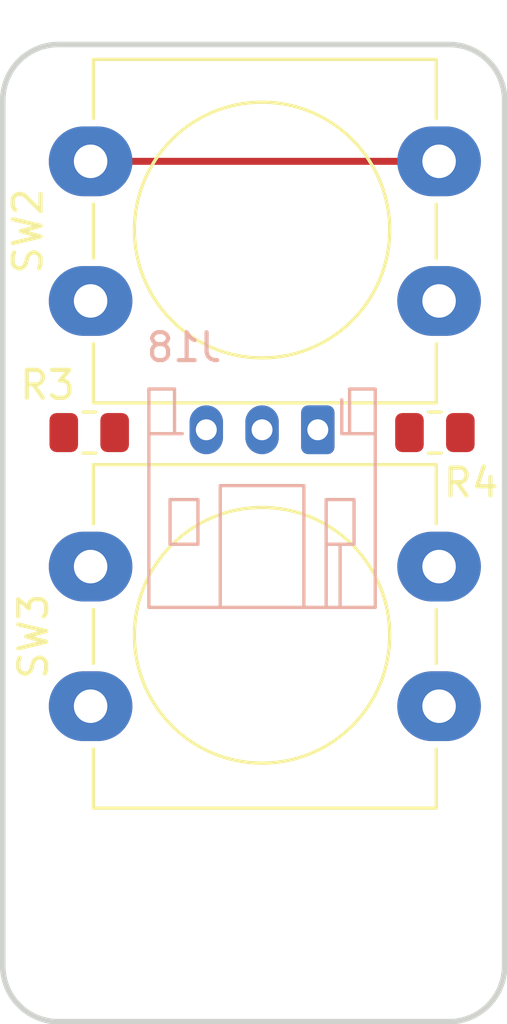
<source format=kicad_pcb>
(kicad_pcb (version 20211014) (generator pcbnew)
  (title_block (title "Libre-MIG PCB Full") (date "2022-10-10") (rev "v0.1"))
  (layers (0 "F.Cu" signal) (31 "B.Cu" signal) (34 "B.Paste" user) (35 "F.Paste" user) (36 "B.SilkS" user "B.Silkscreen") (37 "F.SilkS" user "F.Silkscreen") (38 "B.Mask" user) (39 "F.Mask" user) (44 "Edge.Cuts" user))
  (net 0 "")
  (net 1 "Net-(R3-Pad2)")
  (net 2 "+3V3")
  (net 3 "Net-(R4-Pad2)")
  (net 4 "/Trigger/Stage1")
  (net 5 "/Trigger/Stage2")
  (footprint "Resistor_SMD:R_0805_2012Metric" (layer "F.Cu") (at 122.057001 168.849001 180)
    (fp_text reference "R4" (at -1.3 -1.8) (layer "F.SilkS"))
    (fp_text value "10k")
    (fp_line (start -0.227064 0.735) (end 0.227064 0.735) (layer "F.SilkS") (width 0.12))
    (fp_line (start -0.227064 -0.735) (end 0.227064 -0.735) (layer "F.SilkS") (width 0.12))
    (pad "1" smd roundrect (at -0.9125 0 180) (size 1.025 1.4) (layers "F.Cu" "F.Paste" "F.Mask") (roundrect_rratio 0.243902) (net 2 "+3V3"))
    (pad "2" smd roundrect (at 0.9125 0 180) (size 1.025 1.4) (layers "F.Cu" "F.Paste" "F.Mask") (roundrect_rratio 0.243902) (net 3 "Net-(R4-Pad2)"))
  )
  (footprint "Resistor_SMD:R_0805_2012Metric" (layer "F.Cu") (at 109.657001 168.849001 180)
    (fp_text reference "R3" (at 1.5 1.7 180) (layer "F.SilkS"))
    (fp_text value "10k")
    (fp_line (start -0.227064 -0.735) (end 0.227064 -0.735) (layer "F.SilkS") (width 0.12))
    (fp_line (start -0.227064 0.735) (end 0.227064 0.735) (layer "F.SilkS") (width 0.12))
    (pad "1" smd roundrect (at -0.9125 0 180) (size 1.025 1.4) (layers "F.Cu" "F.Paste" "F.Mask") (roundrect_rratio 0.243902) (net 2 "+3V3"))
    (pad "2" smd roundrect (at 0.9125 0 180) (size 1.025 1.4) (layers "F.Cu" "F.Paste" "F.Mask") (roundrect_rratio 0.243902) (net 1 "Net-(R3-Pad2)"))
  )
  (footprint "Button_Switch_THT:SW_PUSH-12mm_Wuerth-430476085716" (layer "F.Cu") (at 122.207001 164.134787 180)
    (fp_text reference "SW2" (at 14.75 2.5 90) (layer "F.SilkS"))
    (fp_text value "SW_Push")
    (fp_line (start 0.1 8.65) (end 0.1 6.53) (layer "F.SilkS") (width 0.12))
    (fp_line (start 12.4 1.53) (end 12.4 3.47) (layer "F.SilkS") (width 0.12))
    (fp_line (start 12.4 6.53) (end 12.4 8.65) (layer "F.SilkS") (width 0.12))
    (fp_line (start 0.1 3.47) (end 0.1 1.53) (layer "F.SilkS") (width 0.12))
    (fp_line (start 0.1 -1.53) (end 0.1 -3.65) (layer "F.SilkS") (width 0.12))
    (fp_line (start 12.4 8.65) (end 0.1 8.65) (layer "F.SilkS") (width 0.12))
    (fp_line (start 0.1 -3.65) (end 12.4 -3.65) (layer "F.SilkS") (width 0.12))
    (fp_line (start 12.4 -3.65) (end 12.4 -1.53) (layer "F.SilkS") (width 0.12))
    (fp_circle (center 6.35 2.54) (end 10.92905 2.54) (layer "F.SilkS") (width 0.12) (fill none))
    (pad "1" thru_hole oval (at 12.5 0 180) (size 3 2.5) (drill 1.2) (layers *.Cu *.Mask) (net 4 "/Trigger/Stage1"))
    (pad "1" thru_hole oval (at 0 0 180) (size 3 2.5) (drill 1.2) (layers *.Cu *.Mask) (net 4 "/Trigger/Stage1"))
    (pad "2" thru_hole oval (at 12.5 5 180) (size 3 2.5) (drill 1.2) (layers *.Cu *.Mask) (net 1 "Net-(R3-Pad2)"))
    (pad "2" thru_hole oval (at 0 5 180) (size 3 2.5) (drill 1.2) (layers *.Cu *.Mask) (net 1 "Net-(R3-Pad2)"))
  )
  (footprint "Button_Switch_THT:SW_PUSH-12mm_Wuerth-430476085716" (layer "F.Cu") (at 122.207001 178.649001 180)
    (fp_text reference "SW3" (at 14.55 2.5 90) (layer "F.SilkS"))
    (fp_text value "SW_Push")
    (fp_line (start 12.4 -3.65) (end 12.4 -1.53) (layer "F.SilkS") (width 0.12))
    (fp_line (start 0.1 -3.65) (end 12.4 -3.65) (layer "F.SilkS") (width 0.12))
    (fp_line (start 12.4 1.53) (end 12.4 3.47) (layer "F.SilkS") (width 0.12))
    (fp_line (start 12.4 8.65) (end 0.1 8.65) (layer "F.SilkS") (width 0.12))
    (fp_line (start 0.1 -1.53) (end 0.1 -3.65) (layer "F.SilkS") (width 0.12))
    (fp_line (start 0.1 3.47) (end 0.1 1.53) (layer "F.SilkS") (width 0.12))
    (fp_line (start 12.4 6.53) (end 12.4 8.65) (layer "F.SilkS") (width 0.12))
    (fp_line (start 0.1 8.65) (end 0.1 6.53) (layer "F.SilkS") (width 0.12))
    (fp_circle (center 6.35 2.54) (end 10.92905 2.54) (layer "F.SilkS") (width 0.12) (fill none))
    (pad "1" thru_hole oval (at 12.5 0 180) (size 3 2.5) (drill 1.2) (layers *.Cu *.Mask) (net 5 "/Trigger/Stage2"))
    (pad "1" thru_hole oval (at 0 0 180) (size 3 2.5) (drill 1.2) (layers *.Cu *.Mask) (net 5 "/Trigger/Stage2"))
    (pad "2" thru_hole oval (at 12.5 5 180) (size 3 2.5) (drill 1.2) (layers *.Cu *.Mask) (net 3 "Net-(R4-Pad2)"))
    (pad "2" thru_hole oval (at 0 5 180) (size 3 2.5) (drill 1.2) (layers *.Cu *.Mask) (net 3 "Net-(R4-Pad2)"))
  )
  (footprint "MountingHole:MountingHole_3.2mm_M3" (layer "F.Cu") (at 110.457001 185.949001)
    (fp_text reference "REF**" hide)
    (fp_text value "MountingHole_3.2mm_M3" hide)
    (pad "" np_thru_hole circle (at 0 0) (size 3.2 3.2) (drill 3.2) (layers *.Cu *.Mask))
  )
  (footprint "Connector_JST:JST_PH_S3B-PH-K_1x03_P2.00mm_Horizontal" (layer "B.Cu") (at 117.857001 168.749001 180)
    (fp_text reference "J18" (at 4.8 2.95) (layer "B.SilkS") (effects (justify mirror)))
    (fp_text value "Conn_01x03")
    (fp_line (start 5.14 -0.14) (end 4.86 -0.14) (layer "B.SilkS") (width 0.12))
    (fp_line (start -0.3 -4.1) (end -0.3 -2.5) (layer "B.SilkS") (width 0.12))
    (fp_line (start 5.14 1.46) (end 5.14 -0.14) (layer "B.SilkS") (width 0.12))
    (fp_line (start -1.3 -4.1) (end -0.3 -4.1) (layer "B.SilkS") (width 0.12))
    (fp_line (start -2.06 1.46) (end -2.06 -6.36) (layer "B.SilkS") (width 0.12))
    (fp_line (start -0.3 -2.5) (end -1.3 -2.5) (layer "B.SilkS") (width 0.12))
    (fp_line (start 0.5 -6.36) (end 0.5 -2) (layer "B.SilkS") (width 0.12))
    (fp_line (start -2.06 -6.36) (end 6.06 -6.36) (layer "B.SilkS") (width 0.12))
    (fp_line (start 3.5 -2) (end 3.5 -6.36) (layer "B.SilkS") (width 0.12))
    (fp_line (start -1.3 -2.5) (end -1.3 -4.1) (layer "B.SilkS") (width 0.12))
    (fp_line (start 5.3 -4.1) (end 4.3 -4.1) (layer "B.SilkS") (width 0.12))
    (fp_line (start -1.14 1.46) (end -2.06 1.46) (layer "B.SilkS") (width 0.12))
    (fp_line (start -0.86 -0.14) (end -1.14 -0.14) (layer "B.SilkS") (width 0.12))
    (fp_line (start 4.3 -4.1) (end 4.3 -2.5) (layer "B.SilkS") (width 0.12))
    (fp_line (start 6.06 -6.36) (end 6.06 1.46) (layer "B.SilkS") (width 0.12))
    (fp_line (start -2.06 -0.14) (end -1.14 -0.14) (layer "B.SilkS") (width 0.12))
    (fp_line (start 6.06 1.46) (end 5.14 1.46) (layer "B.SilkS") (width 0.12))
    (fp_line (start 4.3 -2.5) (end 5.3 -2.5) (layer "B.SilkS") (width 0.12))
    (fp_line (start -0.3 -4.1) (end -0.3 -6.36) (layer "B.SilkS") (width 0.12))
    (fp_line (start -0.8 -4.1) (end -0.8 -6.36) (layer "B.SilkS") (width 0.12))
    (fp_line (start -0.86 -0.14) (end -0.86 1.075) (layer "B.SilkS") (width 0.12))
    (fp_line (start 6.06 -0.14) (end 5.14 -0.14) (layer "B.SilkS") (width 0.12))
    (fp_line (start 0.5 -2) (end 3.5 -2) (layer "B.SilkS") (width 0.12))
    (fp_line (start 5.3 -2.5) (end 5.3 -4.1) (layer "B.SilkS") (width 0.12))
    (fp_line (start -1.14 -0.14) (end -1.14 1.46) (layer "B.SilkS") (width 0.12))
    (pad "1" thru_hole roundrect (at 0 0 180) (size 1.2 1.75) (drill 0.75) (layers *.Cu *.Mask) (roundrect_rratio 0.208333) (net 2 "+3V3"))
    (pad "2" thru_hole oval (at 2 0 180) (size 1.2 1.75) (drill 0.75) (layers *.Cu *.Mask) (net 4 "/Trigger/Stage1"))
    (pad "3" thru_hole oval (at 4 0 180) (size 1.2 1.75) (drill 0.75) (layers *.Cu *.Mask) (net 5 "/Trigger/Stage2"))
  )
  (gr_arc (start 108.55698 189.949) (mid 107.142766 189.363214) (end 106.55698 187.949) (layer "Edge.Cuts") (width 0.2))
  (gr_arc (start 106.55698 156.949) (mid 107.142766 155.534786) (end 108.55698 154.949) (layer "Edge.Cuts") (width 0.2))
  (gr_arc (start 124.557 187.949) (mid 123.971214 189.363214) (end 122.557 189.949) (layer "Edge.Cuts") (width 0.2))
  (gr_line (start 106.55698 156.949) (end 106.55698 187.949) (layer "Edge.Cuts") (width 0.2))
  (gr_line (start 122.557 154.949) (end 108.55698 154.949) (layer "Edge.Cuts") (width 0.2))
  (gr_line (start 108.55698 189.949) (end 122.557 189.949) (layer "Edge.Cuts") (width 0.2))
  (gr_line (start 124.557 187.949) (end 124.557 156.949) (layer "Edge.Cuts") (width 0.2))
  (gr_arc (start 122.557 154.949) (mid 123.971204 155.534796) (end 124.557 156.949) (layer "Edge.Cuts") (width 0.2))
  (segment (start 110.121215 159.134787) (end 122.621215 159.134787) (width 0.25) (layer "F.Cu") (net 1))
)
</source>
